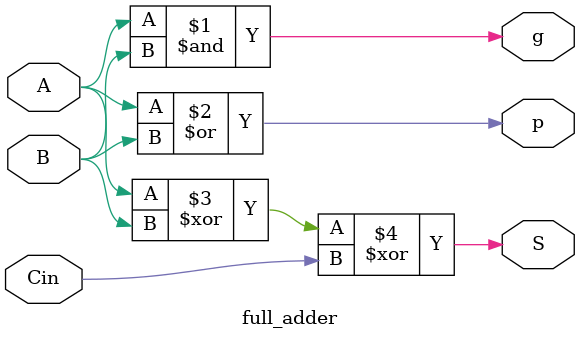
<source format=v>
module eight_bit_cla(S, G, P, A, B, C0);

	input [7:0] A, B;
	input C0;
	output [7:0] S;
	output P, G;

	wire [7:0] p, g;
	wire C1, C2, C3, C4, C5, C6, C7, Cout;
	wire [35:0] w;

	// ___________________Carry Look Ahead Component________________________________

	// find first carry in C1
	and AND8(w[0], p[0], C0);
  or OR8(C1, g[0], w[0]);

	// find carry in C2
	and AND9(w[1], p[1], p[0], C0);
	and AND10(w[2], p[1], g[0]);
	or OR9(C2, g[1], w[1], w[2]);

 	// find carry in C3
	and AND11(w[3], p[2], p[1], p[0], C0);
	and AND12(w[4], p[2], p[1], g[0]);
	and AND13(w[5], p[2], g[1]);
	or OR10(C3, g[2], w[3], w[4], w[5]);

	// find carry in C4
	and AND14(w[6], p[3], p[2], p[1], p[0], C0);
	and AND15(w[7], p[3], p[2], p[1], g[0]);
	and AND16(w[8], p[3], p[2], g[1]);
	and AND17(w[9], p[3], g[2]);
	or OR11(C4, g[3], w[6], w[7], w[8], w[9]);

	// find carry in C5
	and AND18(w[10], p[4], p[3], p[2], p[1], p[0], C0);
	and AND19(w[11], p[4], p[3], p[2], p[1], g[0]);
	and AND20(w[12], p[4], p[3], p[2], g[1]);
	and AND21(w[13], p[4], p[3], g[2]);
	and AND22(w[14], p[4], g[3]);
	or OR12(C5, g[4], w[10], w[11], w[12], w[13], w[14]);

	// find carry in C6
	and AND23(w[15], p[5], p[4], p[3], p[2], p[1], p[0], C0);
	and AND24(w[16], p[5], p[4], p[3], p[2], p[1], g[0]);
	and AND25(w[17], p[5], p[4], p[3], p[2], g[1]);
	and AND26(w[18], p[5], p[4], p[3], g[2]);
	and AND27(w[19], p[5], p[4], g[3]);
	and AND28(w[20], p[5], g[4]);
	or OR13(C6, g[5], w[15], w[16], w[17], w[18], w[19], w[20]);

	// find carry in C7
	and AND29(w[21], p[6], p[5], p[4], p[3], p[2], p[1], p[0], C0);
	and AND30(w[22], p[6], p[5], p[4], p[3], p[2], p[1], g[0]);
	and AND31(w[23], p[6], p[5], p[4], p[3], p[2], g[1]);
	and AND32(w[24], p[6], p[5], p[4], p[3], g[2]);
	and AND33(w[25], p[6], p[5], p[4], g[3]);
	and AND34(w[26], p[6], p[5], g[4]);
	and AND35(w[27], p[6], g[5]);
	or OR14(C7, g[6], w[21], w[22], w[23], w[24], w[25], w[26], w[27]);

	// find carry in C8
	and AND36(w[28], p[7], p[6], p[5], p[4], p[3], p[2], p[1], p[0], C0);
	and AND37(w[29], p[7], p[6], p[5], p[4], p[3], p[2], p[1], g[0]);
	and AND38(w[30], p[7], p[6], p[5], p[4], p[3], p[2], g[1]);
	and AND39(w[31], p[7], p[6], p[5], p[4], p[3], g[2]);
	and AND40(w[32], p[7], p[6], p[5], p[4], g[3]);
	and AND41(w[33], p[7], p[6], p[5], g[4]);
	and AND42(w[34], p[7], p[6], g[5]);
	and AND43(w[35], p[7], g[6]);
	or OR15(Cout, g[7], w[28], w[29], w[30], w[31], w[32], w[33], w[34], w[35]);



	or OR16(G, g[7], w[35], w[34], w[33], w[32], w[31], w[30], w[29]);
	and AND44(P, p[7], p[6], p[5], p[4], p[3], p[2], p[1], p[0], C0);

	// ________________________________________________________________
	// Call all full-adders, g's and p's are computed inside

	full_adder fa0(S[0], g[0], p[0], A[0], B[0], C0);
	full_adder fa1(S[1], g[1], p[1], A[1], B[1], C1);
	full_adder fa2(S[2], g[2], p[2], A[2], B[2], C2);
	full_adder fa3(S[3], g[3], p[3], A[3], B[3], C3);
	full_adder fa4(S[4], g[4], p[4], A[4], B[4], C4);
	full_adder fa5(S[5], g[5], p[5], A[5], B[5], C5);
	full_adder fa6(S[6], g[6], p[6], A[6], B[6], C6);
  full_adder fa7(S[7], g[7], p[7], A[7], B[7], C7);

endmodule

module full_adder(S, g, p, A, B, Cin);

	input A, B, Cin;
	output S, g, p;


	and AND0(g, A, B);
	or OR0(p, A, B);

	xor Sresult(S, A, B, Cin);

endmodule

</source>
